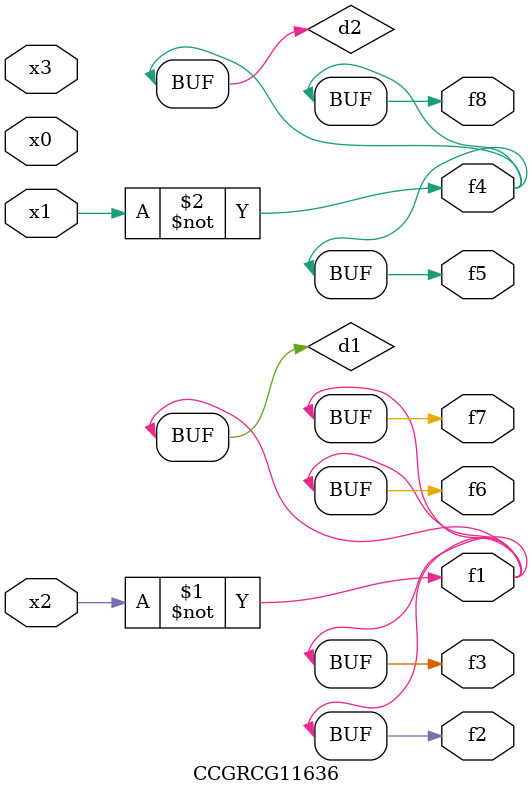
<source format=v>
module CCGRCG11636(
	input x0, x1, x2, x3,
	output f1, f2, f3, f4, f5, f6, f7, f8
);

	wire d1, d2;

	xnor (d1, x2);
	not (d2, x1);
	assign f1 = d1;
	assign f2 = d1;
	assign f3 = d1;
	assign f4 = d2;
	assign f5 = d2;
	assign f6 = d1;
	assign f7 = d1;
	assign f8 = d2;
endmodule

</source>
